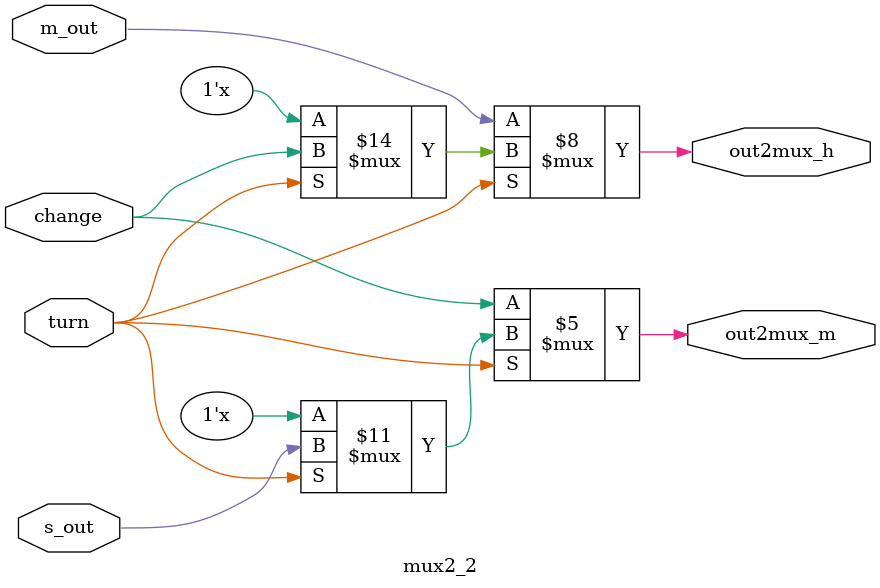
<source format=v>
`timescale 1ns / 1ps
module mux2_2(turn, change, m_out, s_out, out2mux_h, out2mux_m);
input turn;
input change;
input m_out;
input s_out;
output out2mux_h;
output out2mux_m;
reg out2mux_h;
reg out2mux_m;

always@(turn or change or m_out or s_out)begin
	if(turn == 1)begin
		out2mux_h = change;
		out2mux_m = s_out;
	end
	if(turn == 0)begin
		out2mux_h = m_out;
		out2mux_m = change;
	end
end


endmodule

</source>
